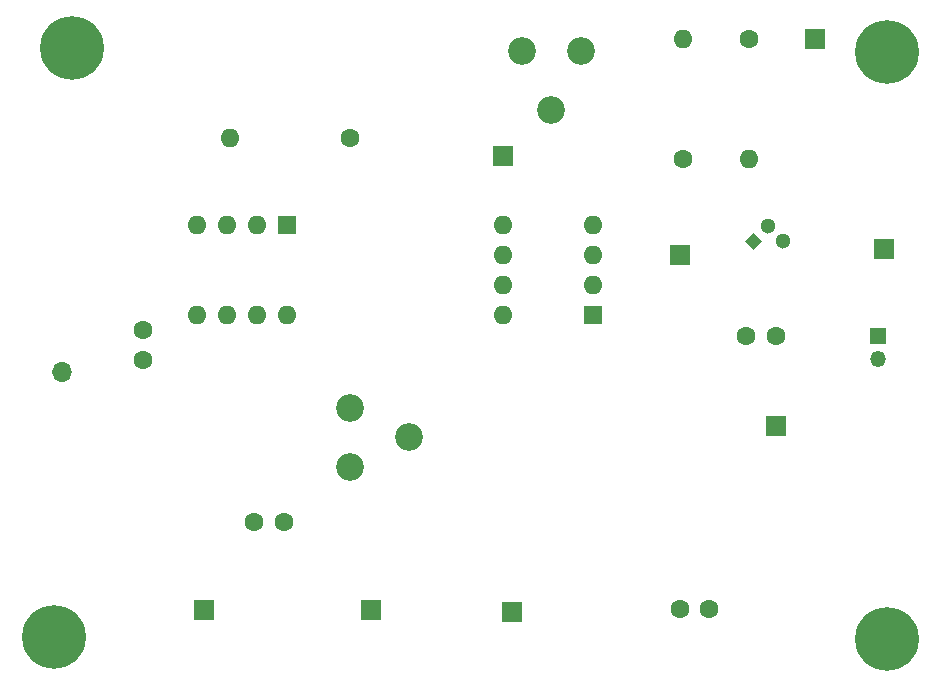
<source format=gbr>
%TF.GenerationSoftware,KiCad,Pcbnew,(5.1.6)-1*%
%TF.CreationDate,2020-10-03T13:42:35-07:00*%
%TF.ProjectId,mini project newest,6d696e69-2070-4726-9f6a-656374206e65,rev?*%
%TF.SameCoordinates,Original*%
%TF.FileFunction,Soldermask,Bot*%
%TF.FilePolarity,Negative*%
%FSLAX46Y46*%
G04 Gerber Fmt 4.6, Leading zero omitted, Abs format (unit mm)*
G04 Created by KiCad (PCBNEW (5.1.6)-1) date 2020-10-03 13:42:35*
%MOMM*%
%LPD*%
G01*
G04 APERTURE LIST*
%ADD10C,0.100000*%
%ADD11C,1.300000*%
%ADD12O,1.700000X1.700000*%
%ADD13O,1.600000X1.600000*%
%ADD14R,1.600000X1.600000*%
%ADD15R,1.676400X1.676400*%
%ADD16C,2.340000*%
%ADD17C,1.600000*%
%ADD18O,1.350000X1.350000*%
%ADD19R,1.350000X1.350000*%
%ADD20C,5.399999*%
G04 APERTURE END LIST*
D10*
%TO.C,Q1*%
G36*
X170307000Y-90761420D02*
G01*
X169588580Y-90043000D01*
X170307000Y-89324580D01*
X171025420Y-90043000D01*
X170307000Y-90761420D01*
G37*
D11*
X172847000Y-90043000D03*
X171577000Y-88773000D03*
%TD*%
D12*
%TO.C,J1*%
X111760000Y-101108000D03*
%TD*%
D13*
%TO.C,U1*%
X130810000Y-96266000D03*
X123190000Y-88646000D03*
X128270000Y-96266000D03*
X125730000Y-88646000D03*
X125730000Y-96266000D03*
X128270000Y-88646000D03*
X123190000Y-96266000D03*
D14*
X130810000Y-88646000D03*
%TD*%
D13*
%TO.C,U2*%
X149098000Y-96266000D03*
X156718000Y-88646000D03*
X149098000Y-93726000D03*
X156718000Y-91186000D03*
X149098000Y-91186000D03*
X156718000Y-93726000D03*
X149098000Y-88646000D03*
D14*
X156718000Y-96266000D03*
%TD*%
D15*
%TO.C,TP8*%
X172212000Y-105664000D03*
%TD*%
%TO.C,TP7*%
X181356000Y-90678000D03*
%TD*%
%TO.C,TP6*%
X175514000Y-72898000D03*
%TD*%
%TO.C,TP5*%
X164084000Y-91186000D03*
%TD*%
%TO.C,TP4*%
X149098000Y-82804000D03*
%TD*%
%TO.C,TP3*%
X149860000Y-121412000D03*
%TD*%
%TO.C,TP2*%
X137922000Y-121285000D03*
%TD*%
%TO.C,TP1*%
X123825000Y-121285000D03*
%TD*%
D16*
%TO.C,RV2*%
X155702000Y-73914000D03*
X153202000Y-78914000D03*
X150702000Y-73914000D03*
%TD*%
%TO.C,RV1*%
X136144000Y-104140000D03*
X141144000Y-106640000D03*
X136144000Y-109140000D03*
%TD*%
D13*
%TO.C,R3*%
X169926000Y-83058000D03*
D17*
X169926000Y-72898000D03*
%TD*%
D13*
%TO.C,R2*%
X164338000Y-72898000D03*
D17*
X164338000Y-83058000D03*
%TD*%
D13*
%TO.C,R1*%
X125984000Y-81280000D03*
D17*
X136144000Y-81280000D03*
%TD*%
D18*
%TO.C,LS1*%
X180848000Y-100044000D03*
D19*
X180848000Y-98044000D03*
%TD*%
D20*
%TO.C,H3*%
X181610000Y-123698000D03*
%TD*%
D17*
%TO.C,C4*%
X169712000Y-98044000D03*
X172212000Y-98044000D03*
%TD*%
%TO.C,C3*%
X166584000Y-121158000D03*
X164084000Y-121158000D03*
%TD*%
%TO.C,C2*%
X128056000Y-113792000D03*
X130556000Y-113792000D03*
%TD*%
%TO.C,C1*%
X118618000Y-97576000D03*
X118618000Y-100076000D03*
%TD*%
D20*
%TO.C,H1*%
X112649000Y-73660000D03*
%TD*%
%TO.C,H2*%
X181610000Y-74041000D03*
%TD*%
%TO.C,H4*%
X111125000Y-123571000D03*
%TD*%
M02*

</source>
